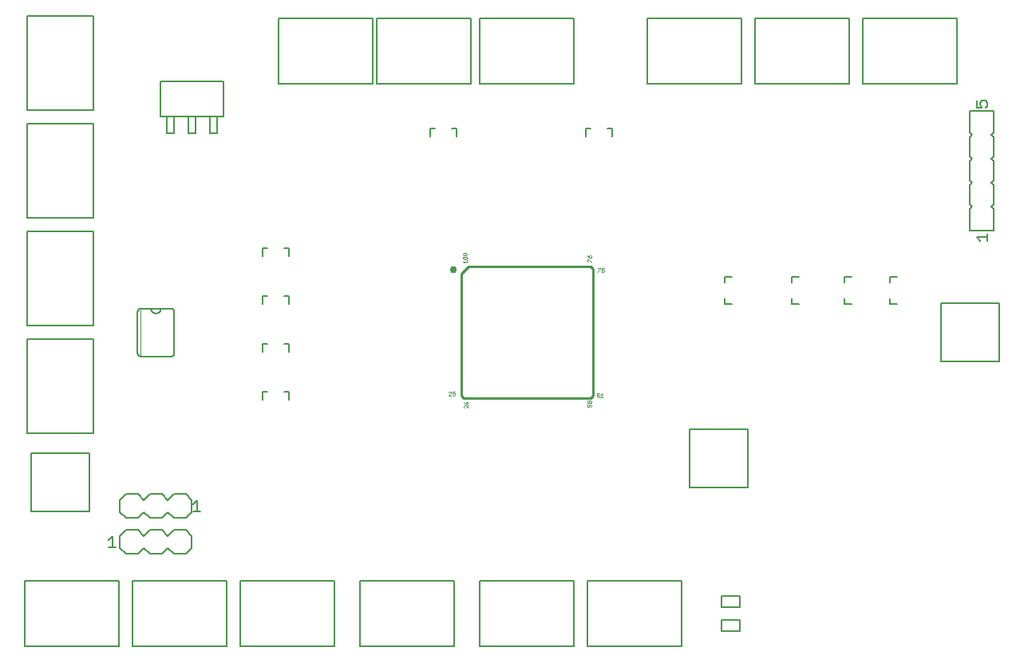
<source format=gto>
G75*
%MOIN*%
%OFA0B0*%
%FSLAX25Y25*%
%IPPOS*%
%LPD*%
%AMOC8*
5,1,8,0,0,1.08239X$1,22.5*
%
%ADD10C,0.00600*%
%ADD11C,0.00500*%
%ADD12C,0.00200*%
%ADD13C,0.01000*%
%ADD14C,0.03000*%
%ADD15C,0.00100*%
D10*
X0044300Y0048495D02*
X0049300Y0048495D01*
X0051800Y0050995D01*
X0054300Y0048495D01*
X0059300Y0048495D01*
X0061800Y0050995D01*
X0064300Y0048495D01*
X0069300Y0048495D01*
X0071800Y0050995D01*
X0071800Y0055995D01*
X0069300Y0058495D01*
X0064300Y0058495D01*
X0061800Y0055995D01*
X0059300Y0058495D01*
X0054300Y0058495D01*
X0051800Y0055995D01*
X0049300Y0058495D01*
X0044300Y0058495D01*
X0041800Y0055995D01*
X0041800Y0050995D01*
X0044300Y0048495D01*
X0044300Y0063495D02*
X0041800Y0065995D01*
X0041800Y0070995D01*
X0044300Y0073495D01*
X0049300Y0073495D01*
X0051800Y0070995D01*
X0054300Y0073495D01*
X0059300Y0073495D01*
X0061800Y0070995D01*
X0064300Y0073495D01*
X0069300Y0073495D01*
X0071800Y0070995D01*
X0071800Y0065995D01*
X0069300Y0063495D01*
X0064300Y0063495D01*
X0061800Y0065995D01*
X0059300Y0063495D01*
X0054300Y0063495D01*
X0051800Y0065995D01*
X0049300Y0063495D01*
X0044300Y0063495D01*
X0101202Y0112896D02*
X0101202Y0116093D01*
X0103398Y0116093D01*
X0110202Y0116093D02*
X0112398Y0116093D01*
X0112398Y0112896D01*
X0112398Y0132896D02*
X0112398Y0136093D01*
X0110202Y0136093D01*
X0103398Y0136093D02*
X0101202Y0136093D01*
X0101202Y0132896D01*
X0101202Y0152896D02*
X0101202Y0156093D01*
X0103398Y0156093D01*
X0110202Y0156093D02*
X0112398Y0156093D01*
X0112398Y0152896D01*
X0112398Y0172896D02*
X0112398Y0176093D01*
X0110202Y0176093D01*
X0103398Y0176093D02*
X0101202Y0176093D01*
X0101202Y0172896D01*
X0064500Y0149495D02*
X0064500Y0132495D01*
X0064498Y0132419D01*
X0064492Y0132343D01*
X0064483Y0132268D01*
X0064469Y0132193D01*
X0064452Y0132119D01*
X0064431Y0132046D01*
X0064407Y0131974D01*
X0064378Y0131903D01*
X0064347Y0131834D01*
X0064312Y0131767D01*
X0064273Y0131702D01*
X0064231Y0131638D01*
X0064186Y0131577D01*
X0064138Y0131518D01*
X0064087Y0131462D01*
X0064033Y0131408D01*
X0063977Y0131357D01*
X0063918Y0131309D01*
X0063857Y0131264D01*
X0063793Y0131222D01*
X0063728Y0131183D01*
X0063661Y0131148D01*
X0063592Y0131117D01*
X0063521Y0131088D01*
X0063449Y0131064D01*
X0063376Y0131043D01*
X0063302Y0131026D01*
X0063227Y0131012D01*
X0063152Y0131003D01*
X0063076Y0130997D01*
X0063000Y0130995D01*
X0050600Y0130995D01*
X0050524Y0130997D01*
X0050448Y0131003D01*
X0050373Y0131012D01*
X0050298Y0131026D01*
X0050224Y0131043D01*
X0050151Y0131064D01*
X0050079Y0131088D01*
X0050008Y0131117D01*
X0049939Y0131148D01*
X0049872Y0131183D01*
X0049807Y0131222D01*
X0049743Y0131264D01*
X0049682Y0131309D01*
X0049623Y0131357D01*
X0049567Y0131408D01*
X0049513Y0131462D01*
X0049462Y0131518D01*
X0049414Y0131577D01*
X0049369Y0131638D01*
X0049327Y0131702D01*
X0049288Y0131767D01*
X0049253Y0131834D01*
X0049222Y0131903D01*
X0049193Y0131974D01*
X0049169Y0132046D01*
X0049148Y0132119D01*
X0049131Y0132193D01*
X0049117Y0132268D01*
X0049108Y0132343D01*
X0049102Y0132419D01*
X0049100Y0132495D01*
X0049100Y0149495D01*
X0049102Y0149571D01*
X0049108Y0149647D01*
X0049117Y0149722D01*
X0049131Y0149797D01*
X0049148Y0149871D01*
X0049169Y0149944D01*
X0049193Y0150016D01*
X0049222Y0150087D01*
X0049253Y0150156D01*
X0049288Y0150223D01*
X0049327Y0150288D01*
X0049369Y0150352D01*
X0049414Y0150413D01*
X0049462Y0150472D01*
X0049513Y0150528D01*
X0049567Y0150582D01*
X0049623Y0150633D01*
X0049682Y0150681D01*
X0049743Y0150726D01*
X0049807Y0150768D01*
X0049872Y0150807D01*
X0049939Y0150842D01*
X0050008Y0150873D01*
X0050079Y0150902D01*
X0050151Y0150926D01*
X0050224Y0150947D01*
X0050298Y0150964D01*
X0050373Y0150978D01*
X0050448Y0150987D01*
X0050524Y0150993D01*
X0050600Y0150995D01*
X0063000Y0150995D01*
X0063076Y0150993D01*
X0063152Y0150987D01*
X0063227Y0150978D01*
X0063302Y0150964D01*
X0063376Y0150947D01*
X0063449Y0150926D01*
X0063521Y0150902D01*
X0063592Y0150873D01*
X0063661Y0150842D01*
X0063728Y0150807D01*
X0063793Y0150768D01*
X0063857Y0150726D01*
X0063918Y0150681D01*
X0063977Y0150633D01*
X0064033Y0150582D01*
X0064087Y0150528D01*
X0064138Y0150472D01*
X0064186Y0150413D01*
X0064231Y0150352D01*
X0064273Y0150288D01*
X0064312Y0150223D01*
X0064347Y0150156D01*
X0064378Y0150087D01*
X0064407Y0150016D01*
X0064431Y0149944D01*
X0064452Y0149871D01*
X0064469Y0149797D01*
X0064483Y0149722D01*
X0064492Y0149647D01*
X0064498Y0149571D01*
X0064500Y0149495D01*
X0058800Y0150995D02*
X0058798Y0150907D01*
X0058792Y0150818D01*
X0058782Y0150730D01*
X0058769Y0150643D01*
X0058751Y0150556D01*
X0058730Y0150470D01*
X0058705Y0150385D01*
X0058676Y0150302D01*
X0058643Y0150219D01*
X0058607Y0150139D01*
X0058568Y0150060D01*
X0058525Y0149982D01*
X0058478Y0149907D01*
X0058428Y0149834D01*
X0058375Y0149763D01*
X0058319Y0149694D01*
X0058260Y0149628D01*
X0058198Y0149565D01*
X0058134Y0149505D01*
X0058067Y0149447D01*
X0057997Y0149393D01*
X0057925Y0149341D01*
X0057851Y0149293D01*
X0057774Y0149248D01*
X0057696Y0149207D01*
X0057616Y0149169D01*
X0057535Y0149135D01*
X0057452Y0149104D01*
X0057367Y0149077D01*
X0057282Y0149054D01*
X0057196Y0149035D01*
X0057108Y0149019D01*
X0057021Y0149007D01*
X0056933Y0148999D01*
X0056844Y0148995D01*
X0056756Y0148995D01*
X0056667Y0148999D01*
X0056579Y0149007D01*
X0056492Y0149019D01*
X0056404Y0149035D01*
X0056318Y0149054D01*
X0056233Y0149077D01*
X0056148Y0149104D01*
X0056065Y0149135D01*
X0055984Y0149169D01*
X0055904Y0149207D01*
X0055826Y0149248D01*
X0055749Y0149293D01*
X0055675Y0149341D01*
X0055603Y0149393D01*
X0055533Y0149447D01*
X0055466Y0149505D01*
X0055402Y0149565D01*
X0055340Y0149628D01*
X0055281Y0149694D01*
X0055225Y0149763D01*
X0055172Y0149834D01*
X0055122Y0149907D01*
X0055075Y0149982D01*
X0055032Y0150060D01*
X0054993Y0150139D01*
X0054957Y0150219D01*
X0054924Y0150302D01*
X0054895Y0150385D01*
X0054870Y0150470D01*
X0054849Y0150556D01*
X0054831Y0150643D01*
X0054818Y0150730D01*
X0054808Y0150818D01*
X0054802Y0150907D01*
X0054800Y0150995D01*
X0061200Y0224095D02*
X0064300Y0224095D01*
X0064300Y0231195D01*
X0061200Y0231195D01*
X0061200Y0224095D01*
X0061200Y0231195D02*
X0058600Y0231195D01*
X0058600Y0245795D01*
X0085000Y0245795D01*
X0085000Y0231195D01*
X0082400Y0231195D01*
X0082400Y0224095D01*
X0079300Y0224095D01*
X0079300Y0231195D01*
X0082400Y0231195D01*
X0079300Y0231195D02*
X0073400Y0231195D01*
X0070200Y0231195D01*
X0070300Y0224095D01*
X0073400Y0224095D01*
X0073400Y0231195D01*
X0070200Y0231195D02*
X0064300Y0231195D01*
X0171202Y0226093D02*
X0171202Y0222896D01*
X0171202Y0226093D02*
X0173398Y0226093D01*
X0180202Y0226093D02*
X0182398Y0226093D01*
X0182398Y0222896D01*
X0236202Y0222896D02*
X0236202Y0226093D01*
X0238398Y0226093D01*
X0245202Y0226093D02*
X0247398Y0226093D01*
X0247398Y0222896D01*
X0294202Y0164093D02*
X0297398Y0164093D01*
X0294202Y0164093D02*
X0294202Y0161896D01*
X0294202Y0155093D02*
X0294202Y0152896D01*
X0297398Y0152896D01*
X0322202Y0152896D02*
X0322202Y0155093D01*
X0322202Y0152896D02*
X0325398Y0152896D01*
X0322202Y0161896D02*
X0322202Y0164093D01*
X0325398Y0164093D01*
X0344202Y0164093D02*
X0344202Y0161896D01*
X0344202Y0164093D02*
X0347398Y0164093D01*
X0344202Y0155093D02*
X0344202Y0152896D01*
X0347398Y0152896D01*
X0363202Y0152896D02*
X0363202Y0155093D01*
X0363202Y0152896D02*
X0366398Y0152896D01*
X0363202Y0161896D02*
X0363202Y0164093D01*
X0366398Y0164093D01*
X0396800Y0183495D02*
X0396800Y0192495D01*
X0397800Y0193495D01*
X0396800Y0194495D01*
X0396800Y0202495D01*
X0397800Y0203495D01*
X0396800Y0204495D01*
X0396800Y0212495D01*
X0397800Y0213495D01*
X0396800Y0214495D01*
X0396800Y0222495D01*
X0397800Y0223495D01*
X0396800Y0224495D01*
X0396800Y0233495D01*
X0406800Y0233495D01*
X0406800Y0224495D01*
X0405800Y0223495D01*
X0406800Y0222495D01*
X0406800Y0214495D01*
X0405800Y0213495D01*
X0406800Y0212495D01*
X0406800Y0204495D01*
X0405800Y0203495D01*
X0406800Y0202495D01*
X0406800Y0194495D01*
X0405800Y0193495D01*
X0406800Y0192495D01*
X0406800Y0183495D01*
X0396800Y0183495D01*
D11*
X0041485Y0009715D02*
X0002115Y0009715D01*
X0002115Y0037274D01*
X0041485Y0037274D01*
X0041485Y0009715D01*
X0047115Y0009715D02*
X0086485Y0009715D01*
X0086485Y0037274D01*
X0047115Y0037274D01*
X0047115Y0009715D01*
X0092115Y0009715D02*
X0092115Y0037274D01*
X0131485Y0037274D01*
X0131485Y0009715D01*
X0092115Y0009715D01*
X0142115Y0009715D02*
X0181485Y0009715D01*
X0181485Y0037274D01*
X0142115Y0037274D01*
X0142115Y0009715D01*
X0192115Y0009715D02*
X0231485Y0009715D01*
X0231485Y0037274D01*
X0192115Y0037274D01*
X0192115Y0009715D01*
X0237115Y0009715D02*
X0276485Y0009715D01*
X0276485Y0037274D01*
X0237115Y0037274D01*
X0237115Y0009715D01*
X0292863Y0016034D02*
X0300737Y0016034D01*
X0300737Y0020955D01*
X0292863Y0020955D01*
X0292863Y0016034D01*
X0292863Y0026034D02*
X0300737Y0026034D01*
X0300737Y0030955D01*
X0292863Y0030955D01*
X0292863Y0026034D01*
X0304000Y0076295D02*
X0279600Y0076295D01*
X0279600Y0100695D01*
X0304000Y0100695D01*
X0304000Y0076295D01*
X0384600Y0128795D02*
X0384600Y0153195D01*
X0409000Y0153195D01*
X0409000Y0128795D01*
X0384600Y0128795D01*
X0401047Y0179245D02*
X0399546Y0180746D01*
X0404050Y0180746D01*
X0404050Y0179245D02*
X0404050Y0182247D01*
X0403299Y0234745D02*
X0404050Y0235495D01*
X0404050Y0236997D01*
X0403299Y0237747D01*
X0401798Y0237747D01*
X0401047Y0236997D01*
X0401047Y0236246D01*
X0401798Y0234745D01*
X0399546Y0234745D01*
X0399546Y0237747D01*
X0391485Y0244715D02*
X0352115Y0244715D01*
X0352115Y0272274D01*
X0391485Y0272274D01*
X0391485Y0244715D01*
X0346485Y0244715D02*
X0346485Y0272274D01*
X0307115Y0272274D01*
X0307115Y0244715D01*
X0346485Y0244715D01*
X0301485Y0244715D02*
X0301485Y0272274D01*
X0262115Y0272274D01*
X0262115Y0244715D01*
X0301485Y0244715D01*
X0231485Y0244715D02*
X0231485Y0272274D01*
X0192115Y0272274D01*
X0192115Y0244715D01*
X0231485Y0244715D01*
X0188485Y0244715D02*
X0188485Y0272274D01*
X0149115Y0272274D01*
X0149115Y0244715D01*
X0188485Y0244715D01*
X0147485Y0244715D02*
X0147485Y0272274D01*
X0108115Y0272274D01*
X0108115Y0244715D01*
X0147485Y0244715D01*
X0030580Y0233810D02*
X0030580Y0273180D01*
X0003020Y0273180D01*
X0003020Y0233810D01*
X0030580Y0233810D01*
X0030580Y0228180D02*
X0003020Y0228180D01*
X0003020Y0188810D01*
X0030580Y0188810D01*
X0030580Y0228180D01*
X0030580Y0183180D02*
X0003020Y0183180D01*
X0003020Y0143810D01*
X0030580Y0143810D01*
X0030580Y0183180D01*
X0030580Y0138180D02*
X0003020Y0138180D01*
X0003020Y0098810D01*
X0030580Y0098810D01*
X0030580Y0138180D01*
X0029000Y0090695D02*
X0004600Y0090695D01*
X0004600Y0066295D01*
X0029000Y0066295D01*
X0029000Y0090695D01*
X0072446Y0069247D02*
X0073947Y0070749D01*
X0073947Y0066245D01*
X0072446Y0066245D02*
X0075449Y0066245D01*
X0038551Y0055749D02*
X0038551Y0051245D01*
X0037050Y0051245D02*
X0040053Y0051245D01*
X0037050Y0054247D02*
X0038551Y0055749D01*
D12*
X0050500Y0130995D02*
X0050500Y0150995D01*
D13*
X0184241Y0165601D02*
X0184241Y0114420D01*
X0185225Y0113436D01*
X0238375Y0113436D01*
X0239359Y0114420D01*
X0239359Y0167570D01*
X0238375Y0168554D01*
X0187194Y0168554D01*
X0184241Y0165601D01*
D14*
X0181013Y0167314D03*
D15*
X0185052Y0170679D02*
X0186553Y0170679D01*
X0186553Y0170179D02*
X0186553Y0171180D01*
X0186303Y0171652D02*
X0185302Y0172653D01*
X0186303Y0172653D01*
X0186553Y0172403D01*
X0186553Y0171902D01*
X0186303Y0171652D01*
X0185302Y0171652D01*
X0185052Y0171902D01*
X0185052Y0172403D01*
X0185302Y0172653D01*
X0185302Y0173125D02*
X0185052Y0173375D01*
X0185052Y0173876D01*
X0185302Y0174126D01*
X0186303Y0173125D01*
X0186553Y0173375D01*
X0186553Y0173876D01*
X0186303Y0174126D01*
X0185302Y0174126D01*
X0185302Y0173125D02*
X0186303Y0173125D01*
X0185052Y0170679D02*
X0185552Y0170179D01*
X0237020Y0170572D02*
X0237020Y0171573D01*
X0237271Y0171573D01*
X0238271Y0170572D01*
X0238522Y0170572D01*
X0238271Y0172046D02*
X0238522Y0172296D01*
X0238522Y0172796D01*
X0238271Y0173046D01*
X0238021Y0173046D01*
X0237771Y0172796D01*
X0237771Y0172046D01*
X0238271Y0172046D01*
X0237771Y0172046D02*
X0237271Y0172546D01*
X0237020Y0173046D01*
X0241378Y0167743D02*
X0242378Y0167743D01*
X0242378Y0167493D01*
X0241378Y0166492D01*
X0241378Y0166242D01*
X0242851Y0166492D02*
X0243101Y0166242D01*
X0243601Y0166242D01*
X0243852Y0166492D01*
X0243852Y0166992D01*
X0243601Y0167243D01*
X0243351Y0167243D01*
X0242851Y0166992D01*
X0242851Y0167743D01*
X0243852Y0167743D01*
X0181647Y0116168D02*
X0180646Y0116168D01*
X0180646Y0115417D01*
X0181147Y0115668D01*
X0181397Y0115668D01*
X0181647Y0115417D01*
X0181647Y0114917D01*
X0181397Y0114667D01*
X0180896Y0114667D01*
X0180646Y0114917D01*
X0180174Y0114667D02*
X0179173Y0114667D01*
X0180174Y0115668D01*
X0180174Y0115918D01*
X0179923Y0116168D01*
X0179423Y0116168D01*
X0179173Y0115918D01*
X0185446Y0112023D02*
X0185696Y0111522D01*
X0186196Y0111022D01*
X0186196Y0111773D01*
X0186446Y0112023D01*
X0186697Y0112023D01*
X0186947Y0111773D01*
X0186947Y0111272D01*
X0186697Y0111022D01*
X0186196Y0111022D01*
X0185946Y0110550D02*
X0185696Y0110550D01*
X0185446Y0110299D01*
X0185446Y0109799D01*
X0185696Y0109549D01*
X0185946Y0110550D02*
X0186947Y0109549D01*
X0186947Y0110550D01*
X0237020Y0110943D02*
X0237020Y0109942D01*
X0237771Y0109942D01*
X0237521Y0110443D01*
X0237521Y0110693D01*
X0237771Y0110943D01*
X0238271Y0110943D01*
X0238522Y0110693D01*
X0238522Y0110193D01*
X0238271Y0109942D01*
X0238271Y0111416D02*
X0237271Y0112417D01*
X0238271Y0112417D01*
X0238522Y0112166D01*
X0238522Y0111666D01*
X0238271Y0111416D01*
X0237271Y0111416D01*
X0237020Y0111666D01*
X0237020Y0112166D01*
X0237271Y0112417D01*
X0240984Y0114130D02*
X0241234Y0113879D01*
X0241734Y0113879D01*
X0241985Y0114130D01*
X0241985Y0114630D01*
X0241734Y0114880D01*
X0241484Y0114880D01*
X0240984Y0114630D01*
X0240984Y0115381D01*
X0241985Y0115381D01*
X0242457Y0114880D02*
X0242958Y0115381D01*
X0242958Y0113879D01*
X0243458Y0113879D02*
X0242457Y0113879D01*
M02*

</source>
